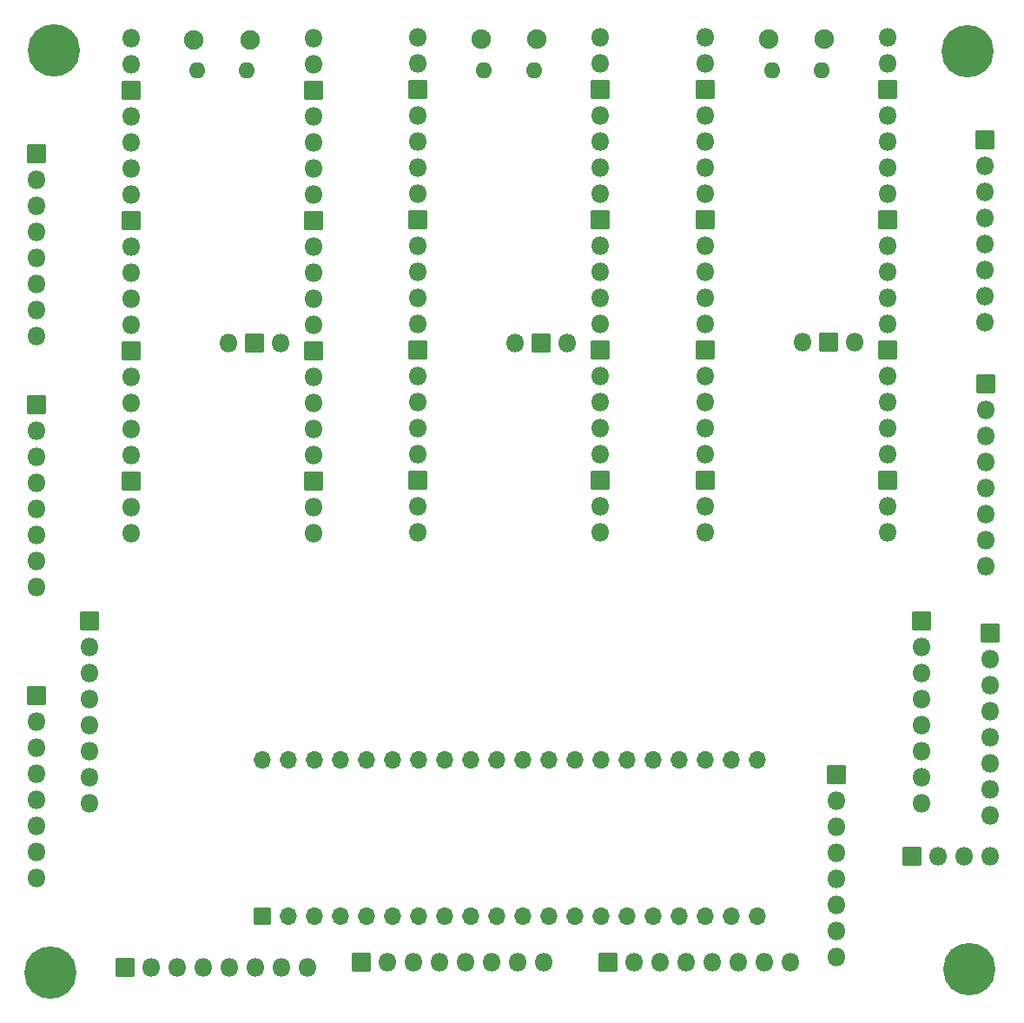
<source format=gbs>
G04 #@! TF.GenerationSoftware,KiCad,Pcbnew,7.0.11-7.0.11~ubuntu22.04.1*
G04 #@! TF.CreationDate,2024-09-18T23:24:04-04:00*
G04 #@! TF.ProjectId,tfr903d,74667239-3033-4642-9e6b-696361645f70,2024-09-18*
G04 #@! TF.SameCoordinates,Original*
G04 #@! TF.FileFunction,Soldermask,Bot*
G04 #@! TF.FilePolarity,Negative*
%FSLAX46Y46*%
G04 Gerber Fmt 4.6, Leading zero omitted, Abs format (unit mm)*
G04 Created by KiCad (PCBNEW 7.0.11-7.0.11~ubuntu22.04.1) date 2024-09-18 23:24:04*
%MOMM*%
%LPD*%
G01*
G04 APERTURE LIST*
G04 Aperture macros list*
%AMRoundRect*
0 Rectangle with rounded corners*
0 $1 Rounding radius*
0 $2 $3 $4 $5 $6 $7 $8 $9 X,Y pos of 4 corners*
0 Add a 4 corners polygon primitive as box body*
4,1,4,$2,$3,$4,$5,$6,$7,$8,$9,$2,$3,0*
0 Add four circle primitives for the rounded corners*
1,1,$1+$1,$2,$3*
1,1,$1+$1,$4,$5*
1,1,$1+$1,$6,$7*
1,1,$1+$1,$8,$9*
0 Add four rect primitives between the rounded corners*
20,1,$1+$1,$2,$3,$4,$5,0*
20,1,$1+$1,$4,$5,$6,$7,0*
20,1,$1+$1,$6,$7,$8,$9,0*
20,1,$1+$1,$8,$9,$2,$3,0*%
G04 Aperture macros list end*
%ADD10O,1.901600X1.901600*%
%ADD11O,1.601600X1.601600*%
%ADD12O,1.801600X1.801600*%
%ADD13RoundRect,0.050800X-0.850000X-0.850000X0.850000X-0.850000X0.850000X0.850000X-0.850000X0.850000X0*%
%ADD14RoundRect,0.050800X0.850000X-0.850000X0.850000X0.850000X-0.850000X0.850000X-0.850000X-0.850000X0*%
%ADD15C,5.101600*%
%ADD16RoundRect,0.050800X0.800000X-0.800000X0.800000X0.800000X-0.800000X0.800000X-0.800000X-0.800000X0*%
%ADD17O,1.701600X1.701600*%
G04 APERTURE END LIST*
D10*
X97160000Y-54090000D03*
D11*
X97460000Y-57120000D03*
X102310000Y-57120000D03*
D10*
X102610000Y-54090000D03*
D12*
X90995000Y-53960000D03*
X90995000Y-56500000D03*
D13*
X90995000Y-59040000D03*
D12*
X90995000Y-61580000D03*
X90995000Y-64120000D03*
X90995000Y-66660000D03*
X90995000Y-69200000D03*
D13*
X90995000Y-71740000D03*
D12*
X90995000Y-74280000D03*
X90995000Y-76820000D03*
X90995000Y-79360000D03*
X90995000Y-81900000D03*
D13*
X90995000Y-84440000D03*
D12*
X90995000Y-86980000D03*
X90995000Y-89520000D03*
X90995000Y-92060000D03*
X90995000Y-94600000D03*
D13*
X90995000Y-97140000D03*
D12*
X90995000Y-99680000D03*
X90995000Y-102220000D03*
X108775000Y-102220000D03*
X108775000Y-99680000D03*
D13*
X108775000Y-97140000D03*
D12*
X108775000Y-94600000D03*
X108775000Y-92060000D03*
X108775000Y-89520000D03*
X108775000Y-86980000D03*
D13*
X108775000Y-84440000D03*
D12*
X108775000Y-81900000D03*
X108775000Y-79360000D03*
X108775000Y-76820000D03*
X108775000Y-74280000D03*
D13*
X108775000Y-71740000D03*
D12*
X108775000Y-69200000D03*
X108775000Y-66660000D03*
X108775000Y-64120000D03*
X108775000Y-61580000D03*
D13*
X108775000Y-59040000D03*
D12*
X108775000Y-56500000D03*
X108775000Y-53960000D03*
X100469100Y-83690000D03*
D13*
X103009100Y-83690000D03*
D12*
X105549100Y-83690000D03*
D13*
X53800000Y-118080000D03*
D12*
X53800000Y-120620000D03*
X53800000Y-123160000D03*
X53800000Y-125700000D03*
X53800000Y-128240000D03*
X53800000Y-130780000D03*
X53800000Y-133320000D03*
X53800000Y-135860000D03*
D13*
X140100000Y-110800000D03*
D12*
X140100000Y-113340000D03*
X140100000Y-115880000D03*
X140100000Y-118420000D03*
X140100000Y-120960000D03*
X140100000Y-123500000D03*
X140100000Y-126040000D03*
X140100000Y-128580000D03*
D14*
X62485000Y-144600000D03*
D12*
X65025000Y-144600000D03*
X67565000Y-144600000D03*
X70105000Y-144600000D03*
X72645000Y-144600000D03*
X75185000Y-144600000D03*
X77725000Y-144600000D03*
X80265000Y-144600000D03*
D15*
X55195900Y-145095900D03*
D13*
X146300000Y-63880000D03*
D12*
X146300000Y-66420000D03*
X146300000Y-68960000D03*
X146300000Y-71500000D03*
X146300000Y-74040000D03*
X146300000Y-76580000D03*
X146300000Y-79120000D03*
X146300000Y-81660000D03*
D15*
X144565000Y-55240000D03*
D13*
X53790000Y-65240000D03*
D12*
X53790000Y-67780000D03*
X53790000Y-70320000D03*
X53790000Y-72860000D03*
X53790000Y-75400000D03*
X53790000Y-77940000D03*
X53790000Y-80480000D03*
X53790000Y-83020000D03*
D13*
X146800000Y-111980000D03*
D12*
X146800000Y-114520000D03*
X146800000Y-117060000D03*
X146800000Y-119600000D03*
X146800000Y-122140000D03*
X146800000Y-124680000D03*
X146800000Y-127220000D03*
X146800000Y-129760000D03*
D13*
X131800000Y-125780000D03*
D12*
X131800000Y-128320000D03*
X131800000Y-130860000D03*
X131800000Y-133400000D03*
X131800000Y-135940000D03*
X131800000Y-138480000D03*
X131800000Y-141020000D03*
X131800000Y-143560000D03*
D14*
X139180000Y-133800000D03*
D12*
X141720000Y-133800000D03*
X144260000Y-133800000D03*
X146800000Y-133800000D03*
D16*
X75805000Y-139575000D03*
D17*
X78345000Y-139575000D03*
X80885000Y-139575000D03*
X83425000Y-139575000D03*
X85965000Y-139575000D03*
X88505000Y-139575000D03*
X91045000Y-139575000D03*
X93585000Y-139575000D03*
X96125000Y-139575000D03*
X98665000Y-139575000D03*
X101205000Y-139575000D03*
X103745000Y-139575000D03*
X106285000Y-139575000D03*
X108825000Y-139575000D03*
X111365000Y-139575000D03*
X113905000Y-139575000D03*
X116445000Y-139575000D03*
X118985000Y-139575000D03*
X121525000Y-139575000D03*
X124065000Y-139575000D03*
X124065000Y-124335000D03*
X121525000Y-124335000D03*
X118985000Y-124335000D03*
X116445000Y-124335000D03*
X113905000Y-124335000D03*
X111365000Y-124335000D03*
X108825000Y-124335000D03*
X106285000Y-124335000D03*
X103745000Y-124335000D03*
X101205000Y-124335000D03*
X98665000Y-124335000D03*
X96125000Y-124335000D03*
X93585000Y-124335000D03*
X91045000Y-124335000D03*
X88505000Y-124335000D03*
X85965000Y-124335000D03*
X83425000Y-124335000D03*
X80885000Y-124335000D03*
X78345000Y-124335000D03*
X75805000Y-124335000D03*
D10*
X125200000Y-54070000D03*
D11*
X125500000Y-57100000D03*
X130350000Y-57100000D03*
D10*
X130650000Y-54070000D03*
D12*
X119035000Y-53940000D03*
X119035000Y-56480000D03*
D13*
X119035000Y-59020000D03*
D12*
X119035000Y-61560000D03*
X119035000Y-64100000D03*
X119035000Y-66640000D03*
X119035000Y-69180000D03*
D13*
X119035000Y-71720000D03*
D12*
X119035000Y-74260000D03*
X119035000Y-76800000D03*
X119035000Y-79340000D03*
X119035000Y-81880000D03*
D13*
X119035000Y-84420000D03*
D12*
X119035000Y-86960000D03*
X119035000Y-89500000D03*
X119035000Y-92040000D03*
X119035000Y-94580000D03*
D13*
X119035000Y-97120000D03*
D12*
X119035000Y-99660000D03*
X119035000Y-102200000D03*
X136815000Y-102200000D03*
X136815000Y-99660000D03*
D13*
X136815000Y-97120000D03*
D12*
X136815000Y-94580000D03*
X136815000Y-92040000D03*
X136815000Y-89500000D03*
X136815000Y-86960000D03*
D13*
X136815000Y-84420000D03*
D12*
X136815000Y-81880000D03*
X136815000Y-79340000D03*
X136815000Y-76800000D03*
X136815000Y-74260000D03*
D13*
X136815000Y-71720000D03*
D12*
X136815000Y-69180000D03*
X136815000Y-66640000D03*
X136815000Y-64100000D03*
X136815000Y-61560000D03*
D13*
X136815000Y-59020000D03*
D12*
X136815000Y-56480000D03*
X136815000Y-53940000D03*
X128509100Y-83670000D03*
D13*
X131049100Y-83670000D03*
D12*
X133589100Y-83670000D03*
D14*
X109525000Y-144100000D03*
D12*
X112065000Y-144100000D03*
X114605000Y-144100000D03*
X117145000Y-144100000D03*
X119685000Y-144100000D03*
X122225000Y-144100000D03*
X124765000Y-144100000D03*
X127305000Y-144100000D03*
D13*
X53790000Y-89710000D03*
D12*
X53790000Y-92250000D03*
X53790000Y-94790000D03*
X53790000Y-97330000D03*
X53790000Y-99870000D03*
X53790000Y-102410000D03*
X53790000Y-104950000D03*
X53790000Y-107490000D03*
D14*
X85525000Y-144100000D03*
D12*
X88065000Y-144100000D03*
X90605000Y-144100000D03*
X93145000Y-144100000D03*
X95685000Y-144100000D03*
X98225000Y-144100000D03*
X100765000Y-144100000D03*
X103305000Y-144100000D03*
D15*
X55505900Y-55234100D03*
X144735000Y-144760000D03*
D13*
X59000000Y-110820000D03*
D12*
X59000000Y-113360000D03*
X59000000Y-115900000D03*
X59000000Y-118440000D03*
X59000000Y-120980000D03*
X59000000Y-123520000D03*
X59000000Y-126060000D03*
X59000000Y-128600000D03*
D10*
X69185000Y-54150000D03*
D11*
X69485000Y-57180000D03*
X74335000Y-57180000D03*
D10*
X74635000Y-54150000D03*
D12*
X63020000Y-54020000D03*
X63020000Y-56560000D03*
D13*
X63020000Y-59100000D03*
D12*
X63020000Y-61640000D03*
X63020000Y-64180000D03*
X63020000Y-66720000D03*
X63020000Y-69260000D03*
D13*
X63020000Y-71800000D03*
D12*
X63020000Y-74340000D03*
X63020000Y-76880000D03*
X63020000Y-79420000D03*
X63020000Y-81960000D03*
D13*
X63020000Y-84500000D03*
D12*
X63020000Y-87040000D03*
X63020000Y-89580000D03*
X63020000Y-92120000D03*
X63020000Y-94660000D03*
D13*
X63020000Y-97200000D03*
D12*
X63020000Y-99740000D03*
X63020000Y-102280000D03*
X80800000Y-102280000D03*
X80800000Y-99740000D03*
D13*
X80800000Y-97200000D03*
D12*
X80800000Y-94660000D03*
X80800000Y-92120000D03*
X80800000Y-89580000D03*
X80800000Y-87040000D03*
D13*
X80800000Y-84500000D03*
D12*
X80800000Y-81960000D03*
X80800000Y-79420000D03*
X80800000Y-76880000D03*
X80800000Y-74340000D03*
D13*
X80800000Y-71800000D03*
D12*
X80800000Y-69260000D03*
X80800000Y-66720000D03*
X80800000Y-64180000D03*
X80800000Y-61640000D03*
D13*
X80800000Y-59100000D03*
D12*
X80800000Y-56560000D03*
X80800000Y-54020000D03*
X72494100Y-83750000D03*
D13*
X75034100Y-83750000D03*
D12*
X77574100Y-83750000D03*
D13*
X146400000Y-87720000D03*
D12*
X146400000Y-90260000D03*
X146400000Y-92800000D03*
X146400000Y-95340000D03*
X146400000Y-97880000D03*
X146400000Y-100420000D03*
X146400000Y-102960000D03*
X146400000Y-105500000D03*
M02*

</source>
